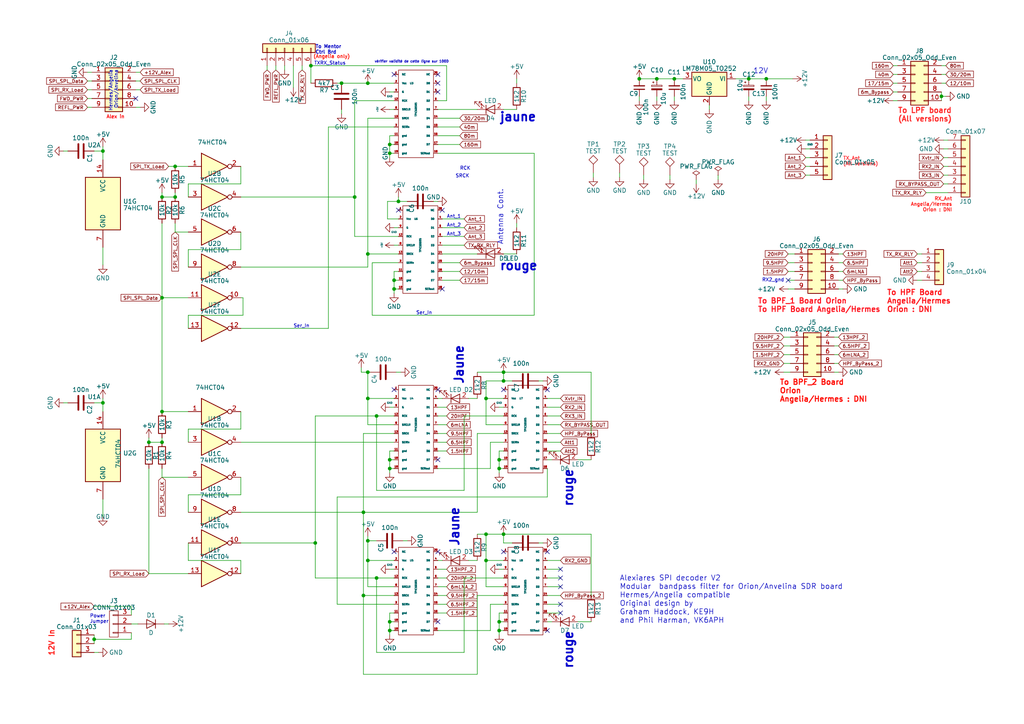
<source format=kicad_sch>
(kicad_sch (version 20230121) (generator eeschema)
  (paper "A4")
  (junction (at 109.22 167.64))
  (junction (at 115.57 58.42))
  (junction (at 106.68 107.95))
  (junction (at 106.68 156.845))
  (junction (at 106.68 24.13))
  (junction (at 29.845 116.84))
  (junction (at 140.97 162.56))
  (junction (at 46.99 128.27))
  (junction (at 91.44 157.48))
  (junction (at 105.41 148.59))
  (junction (at 144.78 180.34))
  (junction (at 27.305 185.42))
  (junction (at 113.03 135.89))
  (junction (at 106.68 73.66))
  (junction (at 185.42 22.86))
  (junction (at 146.05 110.49))
  (junction (at 105.41 172.72))
  (junction (at 114.3 83.82))
  (junction (at 99.06 24.13))
  (junction (at 140.97 154.94))
  (junction (at 46.99 119.38))
  (junction (at 46.99 86.36))
  (junction (at 113.03 44.45))
  (junction (at 109.22 120.65))
  (junction (at 146.05 107.95))
  (junction (at 217.17 22.86))
  (junction (at 140.97 115.57))
  (junction (at 106.68 115.57))
  (junction (at 113.03 182.88))
  (junction (at 114.3 81.28))
  (junction (at 113.03 133.35))
  (junction (at 106.68 162.56))
  (junction (at 190.5 22.86))
  (junction (at 113.03 41.91))
  (junction (at 144.78 182.88))
  (junction (at 113.03 180.34))
  (junction (at 102.87 57.15))
  (junction (at 273.05 27.94))
  (junction (at 222.25 22.86))
  (junction (at 50.8 48.26))
  (junction (at 195.58 22.86))
  (junction (at 144.78 135.89))
  (junction (at 50.8 57.15))
  (junction (at 46.99 57.15))
  (junction (at 29.845 43.815))
  (junction (at 146.05 154.94))
  (junction (at 144.78 133.35))
  (junction (at 90.17 19.05))
  (junction (at 43.18 128.27))
  (no_connect (at 158.75 160.02))
  (no_connect (at 162.56 167.64))
  (no_connect (at 162.56 177.8))
  (no_connect (at 127 133.35))
  (no_connect (at 128.27 83.82))
  (no_connect (at 228.6 81.28))
  (no_connect (at 158.75 182.88))
  (no_connect (at 162.56 165.1))
  (no_connect (at 114.3 21.59))
  (no_connect (at 146.05 113.03))
  (no_connect (at 127 24.13))
  (no_connect (at 162.56 170.18))
  (no_connect (at 115.57 60.96))
  (no_connect (at 162.56 175.26))
  (no_connect (at 127 160.02))
  (no_connect (at 127 21.59))
  (no_connect (at 128.27 60.96))
  (no_connect (at 114.3 160.02))
  (no_connect (at 39.37 28.575))
  (no_connect (at 127 26.67))
  (no_connect (at 114.3 113.03))
  (no_connect (at 127 180.34))
  (no_connect (at 146.05 160.02))
  (no_connect (at 158.75 113.03))
  (no_connect (at 127 113.03))
  (wire (pts (xy 162.56 118.11) (xy 158.75 118.11)))
  (wire (pts (xy 140.97 110.49) (xy 140.97 115.57)))
  (wire (pts (xy 114.935 107.95) (xy 116.205 107.95)))
  (wire (pts (xy 54.61 72.39) (xy 54.61 77.47)))
  (wire (pts (xy 106.68 107.95) (xy 104.775 107.95)))
  (wire (pts (xy 46.99 119.38) (xy 54.61 119.38)))
  (wire (pts (xy 19.685 43.815) (xy 18.415 43.815)))
  (wire (pts (xy 39.37 23.495) (xy 40.64 23.495)))
  (wire (pts (xy 158.75 144.145) (xy 97.79 144.145)))
  (wire (pts (xy 69.85 67.31) (xy 69.85 72.39)))
  (wire (pts (xy 69.85 77.47) (xy 106.68 77.47)))
  (wire (pts (xy 127 182.88) (xy 142.24 182.88)))
  (wire (pts (xy 69.85 95.25) (xy 95.25 95.25)))
  (wire (pts (xy 29.845 42.545) (xy 29.845 43.815)))
  (wire (pts (xy 97.79 144.145) (xy 97.79 175.26)))
  (wire (pts (xy 27.305 185.42) (xy 27.305 186.69)))
  (wire (pts (xy 127 29.21) (xy 129.54 29.21)))
  (wire (pts (xy 97.79 24.13) (xy 99.06 24.13)))
  (wire (pts (xy 274.955 53.34) (xy 273.685 53.34)))
  (wire (pts (xy 54.61 91.44) (xy 54.61 95.25)))
  (wire (pts (xy 69.85 138.43) (xy 69.85 143.51)))
  (wire (pts (xy 85.09 19.05) (xy 85.09 25.4)))
  (wire (pts (xy 114.3 165.1) (xy 113.03 165.1)))
  (wire (pts (xy 273.05 21.59) (xy 274.32 21.59)))
  (wire (pts (xy 38.1 185.42) (xy 38.1 183.515)))
  (wire (pts (xy 160.02 133.35) (xy 158.75 133.35)))
  (wire (pts (xy 114.3 118.11) (xy 113.03 118.11)))
  (wire (pts (xy 133.35 36.83) (xy 127 36.83)))
  (wire (pts (xy 266.065 81.28) (xy 267.335 81.28)))
  (wire (pts (xy 113.03 135.89) (xy 113.03 137.16)))
  (wire (pts (xy 29.845 43.815) (xy 29.845 46.355)))
  (wire (pts (xy 102.87 29.21) (xy 102.87 57.15)))
  (wire (pts (xy 106.68 34.29) (xy 106.68 73.66)))
  (wire (pts (xy 140.97 115.57) (xy 146.05 115.57)))
  (wire (pts (xy 109.22 120.65) (xy 114.3 120.65)))
  (wire (pts (xy 134.62 142.24) (xy 109.22 142.24)))
  (wire (pts (xy 90.17 24.13) (xy 90.17 19.05)))
  (wire (pts (xy 107.95 76.2) (xy 115.57 76.2)))
  (wire (pts (xy 113.03 130.81) (xy 113.03 133.35)))
  (wire (pts (xy 95.25 36.83) (xy 114.3 36.83)))
  (wire (pts (xy 158.75 170.18) (xy 162.56 170.18)))
  (wire (pts (xy 114.3 81.28) (xy 114.3 83.82)))
  (wire (pts (xy 227.33 102.87) (xy 229.235 102.87)))
  (wire (pts (xy 54.61 124.46) (xy 54.61 128.27)))
  (wire (pts (xy 54.61 67.31) (xy 50.8 67.31)))
  (wire (pts (xy 27.305 184.15) (xy 27.305 185.42)))
  (wire (pts (xy 162.56 125.73) (xy 158.75 125.73)))
  (wire (pts (xy 69.85 157.48) (xy 91.44 157.48)))
  (wire (pts (xy 129.54 172.72) (xy 127 172.72)))
  (wire (pts (xy 158.75 128.27) (xy 162.56 128.27)))
  (wire (pts (xy 273.685 48.26) (xy 274.955 48.26)))
  (wire (pts (xy 104.775 106.68) (xy 104.775 107.95)))
  (wire (pts (xy 128.27 68.58) (xy 134.62 68.58)))
  (wire (pts (xy 69.85 143.51) (xy 54.61 143.51)))
  (wire (pts (xy 140.97 162.56) (xy 146.05 162.56)))
  (wire (pts (xy 133.35 39.37) (xy 127 39.37)))
  (wire (pts (xy 259.08 26.67) (xy 260.35 26.67)))
  (wire (pts (xy 129.54 19.05) (xy 90.17 19.05)))
  (wire (pts (xy 195.58 22.86) (xy 190.5 22.86)))
  (wire (pts (xy 146.05 170.18) (xy 140.97 170.18)))
  (wire (pts (xy 46.99 86.36) (xy 46.99 119.38)))
  (wire (pts (xy 146.05 123.19) (xy 140.97 123.19)))
  (wire (pts (xy 201.93 52.07) (xy 201.93 53.34)))
  (wire (pts (xy 91.44 167.64) (xy 109.22 167.64)))
  (wire (pts (xy 133.35 34.29) (xy 127 34.29)))
  (wire (pts (xy 82.55 20.32) (xy 82.55 19.05)))
  (wire (pts (xy 149.86 64.77) (xy 149.86 66.04)))
  (wire (pts (xy 27.305 185.42) (xy 38.1 185.42)))
  (wire (pts (xy 70.485 86.36) (xy 70.485 91.44)))
  (wire (pts (xy 144.78 165.1) (xy 146.05 165.1)))
  (wire (pts (xy 233.68 50.8) (xy 234.95 50.8)))
  (wire (pts (xy 146.05 31.75) (xy 149.86 31.75)))
  (wire (pts (xy 69.85 48.26) (xy 69.85 53.34)))
  (wire (pts (xy 38.1 175.895) (xy 38.1 178.435)))
  (wire (pts (xy 25.4 31.115) (xy 26.67 31.115)))
  (wire (pts (xy 109.22 189.23) (xy 109.22 167.64)))
  (wire (pts (xy 227.33 97.79) (xy 229.235 97.79)))
  (wire (pts (xy 144.78 182.88) (xy 144.78 184.15)))
  (wire (pts (xy 217.17 22.86) (xy 213.36 22.86)))
  (wire (pts (xy 113.03 182.88) (xy 113.03 184.15)))
  (wire (pts (xy 46.99 138.43) (xy 54.61 138.43)))
  (wire (pts (xy 146.05 154.94) (xy 171.45 154.94)))
  (wire (pts (xy 25.4 23.495) (xy 26.67 23.495)))
  (wire (pts (xy 144.78 180.34) (xy 144.78 182.88)))
  (wire (pts (xy 134.62 120.65) (xy 134.62 142.24)))
  (wire (pts (xy 140.97 170.18) (xy 140.97 162.56)))
  (wire (pts (xy 158.75 130.81) (xy 162.56 130.81)))
  (wire (pts (xy 208.28 50.8) (xy 208.28 52.07)))
  (wire (pts (xy 190.5 29.21) (xy 190.5 27.94)))
  (wire (pts (xy 129.54 118.11) (xy 127 118.11)))
  (wire (pts (xy 109.22 156.845) (xy 106.68 156.845)))
  (wire (pts (xy 69.85 57.15) (xy 102.87 57.15)))
  (wire (pts (xy 146.05 177.8) (xy 144.78 177.8)))
  (wire (pts (xy 273.685 50.8) (xy 274.955 50.8)))
  (wire (pts (xy 128.27 71.12) (xy 134.62 71.12)))
  (wire (pts (xy 146.05 172.72) (xy 138.43 172.72)))
  (wire (pts (xy 128.27 162.56) (xy 127 162.56)))
  (wire (pts (xy 156.21 110.49) (xy 157.48 110.49)))
  (wire (pts (xy 129.54 128.27) (xy 127 128.27)))
  (wire (pts (xy 243.205 73.66) (xy 244.475 73.66)))
  (wire (pts (xy 69.85 86.36) (xy 70.485 86.36)))
  (wire (pts (xy 259.08 21.59) (xy 260.35 21.59)))
  (wire (pts (xy 266.065 73.66) (xy 267.335 73.66)))
  (wire (pts (xy 233.68 45.72) (xy 234.95 45.72)))
  (wire (pts (xy 133.35 81.28) (xy 128.27 81.28)))
  (wire (pts (xy 69.85 128.27) (xy 114.3 128.27)))
  (wire (pts (xy 106.68 24.13) (xy 114.3 24.13)))
  (wire (pts (xy 158.75 123.19) (xy 162.56 123.19)))
  (wire (pts (xy 274.955 55.88) (xy 268.605 55.88)))
  (wire (pts (xy 185.42 29.21) (xy 185.42 27.94)))
  (wire (pts (xy 228.6 76.2) (xy 230.505 76.2)))
  (wire (pts (xy 127 44.45) (xy 154.94 44.45)))
  (wire (pts (xy 133.35 78.74) (xy 128.27 78.74)))
  (wire (pts (xy 115.57 78.74) (xy 114.3 78.74)))
  (wire (pts (xy 99.06 24.13) (xy 106.68 24.13)))
  (wire (pts (xy 106.68 107.95) (xy 106.68 115.57)))
  (wire (pts (xy 43.18 135.89) (xy 43.18 166.37)))
  (wire (pts (xy 106.68 155.575) (xy 106.68 156.845)))
  (wire (pts (xy 69.85 162.56) (xy 54.61 162.56)))
  (wire (pts (xy 138.43 154.94) (xy 140.97 154.94)))
  (wire (pts (xy 114.3 162.56) (xy 106.68 162.56)))
  (wire (pts (xy 186.69 50.8) (xy 186.69 52.07)))
  (wire (pts (xy 146.05 110.49) (xy 140.97 110.49)))
  (wire (pts (xy 70.485 91.44) (xy 54.61 91.44)))
  (wire (pts (xy 146.05 107.95) (xy 146.05 110.49)))
  (wire (pts (xy 146.05 154.94) (xy 146.05 157.48)))
  (wire (pts (xy 167.64 180.34) (xy 171.45 180.34)))
  (wire (pts (xy 114.3 180.34) (xy 113.03 180.34)))
  (wire (pts (xy 27.305 189.23) (xy 28.575 189.23)))
  (wire (pts (xy 29.845 116.84) (xy 29.845 119.38)))
  (wire (pts (xy 25.4 26.035) (xy 26.67 26.035)))
  (wire (pts (xy 106.68 34.29) (xy 114.3 34.29)))
  (wire (pts (xy 156.21 157.48) (xy 157.48 157.48)))
  (wire (pts (xy 195.58 29.21) (xy 195.58 27.94)))
  (wire (pts (xy 43.18 166.37) (xy 54.61 166.37)))
  (wire (pts (xy 46.99 86.36) (xy 54.61 86.36)))
  (wire (pts (xy 273.05 27.94) (xy 274.32 27.94)))
  (wire (pts (xy 243.205 81.28) (xy 244.475 81.28)))
  (wire (pts (xy 46.99 57.15) (xy 46.99 55.88)))
  (wire (pts (xy 39.37 26.035) (xy 40.64 26.035)))
  (wire (pts (xy 222.25 29.21) (xy 222.25 27.94)))
  (wire (pts (xy 241.935 105.41) (xy 243.205 105.41)))
  (wire (pts (xy 273.685 40.64) (xy 274.955 40.64)))
  (wire (pts (xy 114.3 39.37) (xy 113.03 39.37)))
  (wire (pts (xy 190.5 22.86) (xy 185.42 22.86)))
  (wire (pts (xy 146.05 125.73) (xy 138.43 125.73)))
  (wire (pts (xy 158.75 135.89) (xy 158.75 144.145)))
  (wire (pts (xy 162.56 162.56) (xy 158.75 162.56)))
  (wire (pts (xy 134.62 167.64) (xy 134.62 189.23)))
  (wire (pts (xy 146.05 180.34) (xy 144.78 180.34)))
  (wire (pts (xy 228.6 78.74) (xy 230.505 78.74)))
  (wire (pts (xy 69.85 148.59) (xy 105.41 148.59)))
  (wire (pts (xy 97.79 175.26) (xy 114.3 175.26)))
  (wire (pts (xy 133.35 41.91) (xy 127 41.91)))
  (wire (pts (xy 129.54 170.18) (xy 127 170.18)))
  (wire (pts (xy 259.08 29.21) (xy 260.35 29.21)))
  (wire (pts (xy 105.41 172.72) (xy 105.41 195.58)))
  (wire (pts (xy 113.03 44.45) (xy 113.03 45.72)))
  (wire (pts (xy 198.12 22.86) (xy 195.58 22.86)))
  (wire (pts (xy 241.935 107.95) (xy 243.205 107.95)))
  (wire (pts (xy 43.18 128.27) (xy 43.18 127)))
  (wire (pts (xy 266.065 78.74) (xy 267.335 78.74)))
  (wire (pts (xy 91.44 120.65) (xy 91.44 157.48)))
  (wire (pts (xy 25.4 20.955) (xy 26.67 20.955)))
  (wire (pts (xy 129.54 177.8) (xy 127 177.8)))
  (wire (pts (xy 48.895 48.26) (xy 50.8 48.26)))
  (wire (pts (xy 115.57 83.82) (xy 114.3 83.82)))
  (wire (pts (xy 38.1 180.975) (xy 40.005 180.975)))
  (wire (pts (xy 129.54 130.81) (xy 127 130.81)))
  (wire (pts (xy 146.05 182.88) (xy 144.78 182.88)))
  (wire (pts (xy 114.3 29.21) (xy 102.87 29.21)))
  (wire (pts (xy 162.56 167.64) (xy 158.75 167.64)))
  (wire (pts (xy 172.085 50.165) (xy 172.085 51.435)))
  (wire (pts (xy 87.63 19.05) (xy 87.63 20.32)))
  (wire (pts (xy 142.24 128.27) (xy 142.24 135.89)))
  (wire (pts (xy 50.8 67.31) (xy 50.8 64.77)))
  (wire (pts (xy 222.25 22.86) (xy 217.17 22.86)))
  (wire (pts (xy 118.11 58.42) (xy 115.57 58.42)))
  (wire (pts (xy 112.395 63.5) (xy 112.395 58.42)))
  (wire (pts (xy 146.05 135.89) (xy 144.78 135.89)))
  (wire (pts (xy 106.68 123.19) (xy 114.3 123.19)))
  (wire (pts (xy 158.75 177.8) (xy 162.56 177.8)))
  (wire (pts (xy 54.61 162.56) (xy 54.61 157.48)))
  (wire (pts (xy 241.935 100.33) (xy 243.205 100.33)))
  (wire (pts (xy 146.05 167.64) (xy 134.62 167.64)))
  (wire (pts (xy 125.73 58.42) (xy 127 58.42)))
  (wire (pts (xy 160.02 180.34) (xy 158.75 180.34)))
  (wire (pts (xy 128.27 66.04) (xy 134.62 66.04)))
  (wire (pts (xy 243.205 78.74) (xy 244.475 78.74)))
  (wire (pts (xy 107.95 91.44) (xy 107.95 76.2)))
  (wire (pts (xy 115.57 81.28) (xy 114.3 81.28)))
  (wire (pts (xy 113.03 39.37) (xy 113.03 41.91)))
  (wire (pts (xy 146.05 175.26) (xy 142.24 175.26)))
  (wire (pts (xy 105.41 125.73) (xy 114.3 125.73)))
  (wire (pts (xy 227.33 100.33) (xy 229.235 100.33)))
  (wire (pts (xy 107.315 107.95) (xy 106.68 107.95)))
  (wire (pts (xy 179.705 50.165) (xy 179.705 51.435)))
  (wire (pts (xy 102.87 68.58) (xy 115.57 68.58)))
  (wire (pts (xy 194.31 50.8) (xy 194.31 52.07)))
  (wire (pts (xy 133.35 76.2) (xy 128.27 76.2)))
  (wire (pts (xy 114.3 130.81) (xy 113.03 130.81)))
  (wire (pts (xy 29.845 144.78) (xy 29.845 149.86)))
  (wire (pts (xy 146.05 128.27) (xy 142.24 128.27)))
  (wire (pts (xy 217.17 29.21) (xy 217.17 27.94)))
  (wire (pts (xy 69.85 124.46) (xy 54.61 124.46)))
  (wire (pts (xy 138.43 73.66) (xy 128.27 73.66)))
  (wire (pts (xy 46.99 128.27) (xy 43.18 128.27)))
  (wire (pts (xy 142.24 175.26) (xy 142.24 182.88)))
  (wire (pts (xy 146.05 107.95) (xy 171.45 107.95)))
  (wire (pts (xy 229.87 22.86) (xy 222.25 22.86)))
  (wire (pts (xy 144.78 135.89) (xy 144.78 137.16)))
  (wire (pts (xy 77.47 19.05) (xy 77.47 20.32)))
  (wire (pts (xy 162.56 165.1) (xy 158.75 165.1)))
  (wire (pts (xy 113.03 177.8) (xy 113.03 180.34)))
  (wire (pts (xy 105.41 125.73) (xy 105.41 148.59)))
  (wire (pts (xy 106.68 170.18) (xy 114.3 170.18)))
  (wire (pts (xy 106.68 162.56) (xy 106.68 170.18)))
  (wire (pts (xy 127 135.89) (xy 142.24 135.89)))
  (wire (pts (xy 113.03 133.35) (xy 113.03 135.89)))
  (wire (pts (xy 129.54 167.64) (xy 127 167.64)))
  (wire (pts (xy 46.99 64.77) (xy 46.99 86.36)))
  (wire (pts (xy 105.41 148.59) (xy 105.41 172.72)))
  (wire (pts (xy 115.57 63.5) (xy 112.395 63.5)))
  (wire (pts (xy 273.05 24.13) (xy 274.32 24.13)))
  (wire (pts (xy 138.43 125.73) (xy 138.43 148.59)))
  (wire (pts (xy 129.54 175.26) (xy 127 175.26)))
  (wire (pts (xy 162.56 172.72) (xy 158.75 172.72)))
  (wire (pts (xy 158.75 175.26) (xy 162.56 175.26)))
  (wire (pts (xy 146.05 120.65) (xy 134.62 120.65)))
  (wire (pts (xy 46.99 138.43) (xy 46.99 135.89)))
  (wire (pts (xy 47.625 180.975) (xy 48.895 180.975)))
  (wire (pts (xy 114.3 78.74) (xy 114.3 81.28)))
  (wire (pts (xy 205.74 30.48) (xy 205.74 31.75)))
  (wire (pts (xy 146.05 73.66) (xy 149.86 73.66)))
  (wire (pts (xy 115.57 66.04) (xy 114.3 66.04)))
  (wire (pts (xy 54.61 143.51) (xy 54.61 148.59)))
  (wire (pts (xy 50.8 57.15) (xy 46.99 57.15)))
  (wire (pts (xy 273.685 43.18) (xy 274.955 43.18)))
  (wire (pts (xy 259.08 24.13) (xy 260.35 24.13)))
  (wire (pts (xy 50.8 48.26) (xy 54.61 48.26)))
  (wire (pts (xy 106.68 156.845) (xy 106.68 162.56)))
  (wire (pts (xy 144.78 118.11) (xy 146.05 118.11)))
  (wire (pts (xy 116.84 156.845) (xy 118.11 156.845)))
  (wire (pts (xy 144.78 177.8) (xy 144.78 180.34)))
  (wire (pts (xy 129.54 123.19) (xy 127 123.19)))
  (wire (pts (xy 46.99 127) (xy 46.99 128.27)))
  (wire (pts (xy 138.43 162.56) (xy 135.89 162.56)))
  (wire (pts (xy 129.54 165.1) (xy 127 165.1)))
  (wire (pts (xy 228.6 81.28) (xy 230.505 81.28)))
  (wire (pts (xy 91.44 120.65) (xy 109.22 120.65)))
  (wire (pts (xy 144.78 130.81) (xy 144.78 133.35)))
  (wire (pts (xy 50.8 55.88) (xy 50.8 57.15)))
  (wire (pts (xy 148.59 157.48) (xy 146.05 157.48)))
  (wire (pts (xy 129.54 120.65) (xy 127 120.65)))
  (wire (pts (xy 114.3 135.89) (xy 113.03 135.89)))
  (wire (pts (xy 233.68 40.64) (xy 234.95 40.64)))
  (wire (pts (xy 114.3 41.91) (xy 113.03 41.91)))
  (wire (pts (xy 266.065 76.2) (xy 267.335 76.2)))
  (wire (pts (xy 134.62 189.23) (xy 109.22 189.23)))
  (wire (pts (xy 138.43 195.58) (xy 105.41 195.58)))
  (wire (pts (xy 106.68 73.66) (xy 115.57 73.66)))
  (wire (pts (xy 154.94 91.44) (xy 107.95 91.44)))
  (wire (pts (xy 69.85 119.38) (xy 69.85 124.46)))
  (wire (pts (xy 128.27 63.5) (xy 134.62 63.5)))
  (wire (pts (xy 69.85 72.39) (xy 54.61 72.39)))
  (wire (pts (xy 273.685 45.72) (xy 274.955 45.72)))
  (wire (pts (xy 243.205 76.2) (xy 244.475 76.2)))
  (wire (pts (xy 227.33 105.41) (xy 229.235 105.41)))
  (wire (pts (xy 113.03 180.34) (xy 113.03 182.88)))
  (wire (pts (xy 129.54 29.21) (xy 129.54 19.05)))
  (wire (pts (xy 29.845 71.755) (xy 29.845 76.835)))
  (wire (pts (xy 138.43 107.95) (xy 146.05 107.95)))
  (wire (pts (xy 95.25 36.83) (xy 95.25 95.25)))
  (wire (pts (xy 273.05 27.94) (xy 273.05 29.21)))
  (wire (pts (xy 115.57 57.15) (xy 115.57 58.42)))
  (wire (pts (xy 241.935 102.87) (xy 243.205 102.87)))
  (wire (pts (xy 162.56 120.65) (xy 158.75 120.65)))
  (wire (pts (xy 54.61 53.34) (xy 54.61 57.15)))
  (wire (pts (xy 241.935 97.79) (xy 243.205 97.79)))
  (wire (pts (xy 112.395 58.42) (xy 115.57 58.42)))
  (wire (pts (xy 148.59 110.49) (xy 146.05 110.49)))
  (wire (pts (xy 109.22 142.24) (xy 109.22 120.65)))
  (wire (pts (xy 138.43 115.57) (xy 135.89 115.57)))
  (wire (pts (xy 171.45 154.94) (xy 171.45 172.72)))
  (wire (pts (xy 144.78 133.35) (xy 144.78 135.89)))
  (wire (pts (xy 91.44 157.48) (xy 91.44 167.64)))
  (wire (pts (xy 154.94 44.45) (xy 154.94 91.44)))
  (wire (pts (xy 138.43 172.72) (xy 138.43 195.58)))
  (wire (pts (xy 102.87 57.15) (xy 102.87 68.58)))
  (wire (pts (xy 128.27 115.57) (xy 127 115.57)))
  (wire (pts (xy 149.86 22.86) (xy 149.86 24.13)))
  (wire (pts (xy 114.3 133.35) (xy 113.03 133.35)))
  (wire (pts (xy 27.305 116.84) (xy 29.845 116.84)))
  (wire (pts (xy 129.54 125.73) (xy 127 125.73)))
  (wire (pts (xy 273.05 26.67) (xy 273.05 27.94)))
  (wire (pts (xy 162.56 115.57) (xy 158.75 115.57)))
  (wire (pts (xy 29.845 115.57) (xy 29.845 116.84)))
  (wire (pts (xy 113.03 41.91) (xy 113.03 44.45)))
  (wire (pts (xy 259.08 19.05) (xy 260.35 19.05)))
  (wire (pts (xy 115.57 71.12) (xy 114.3 71.12)))
  (wire (pts (xy 114.3 177.8) (xy 113.03 177.8)))
  (wire (pts (xy 140.97 154.94) (xy 146.05 154.94)))
  (wire (pts (xy 25.4 28.575) (xy 26.67 28.575)))
  (wire (pts (xy 138.43 31.75) (xy 127 31.75)))
  (wire (pts (xy 243.205 83.82) (xy 244.475 83.82)))
  (wire (pts (xy 146.05 130.81) (xy 144.78 130.81)))
  (wire (pts (xy 19.685 116.84) (xy 18.415 116.84)))
  (wire (pts (xy 140.97 154.94) (xy 140.97 162.56)))
  (wire (pts (xy 171.45 107.95) (xy 171.45 125.73)))
  (wire (pts (xy 105.41 172.72) (xy 114.3 172.72)))
  (wire (pts (xy 39.37 20.955) (xy 40.64 20.955)))
  (wire (pts (xy 228.6 83.82) (xy 230.505 83.82)))
  (wire (pts (xy 228.6 73.66) (xy 230.505 73.66)))
  (wire (pts (xy 27.305 43.815) (xy 29.845 43.815)))
  (wire (pts (xy 273.05 19.05) (xy 274.32 19.05)))
  (wire (pts (xy 114.3 115.57) (xy 106.68 115.57)))
  (wire (pts (xy 109.22 167.64) (xy 114.3 167.64)))
  (wire (pts (xy 69.85 162.56) (xy 69.85 166.37)))
  (wire (pts (xy 106.68 73.66) (xy 106.68 77.47)))
  (wire (pts (xy 114.3 31.75) (xy 113.03 31.75)))
  (wire (pts (xy 69.85 53.34) (xy 54.61 53.34)))
  (wire (pts (xy 138.43 148.59) (xy 105.41 148.59)))
  (wire (pts (xy 80.01 19.05) (xy 80.01 20.32)))
  (wire (pts (xy 167.64 133.35) (xy 171.45 133.35)))
  (wire (pts (xy 106.68 115.57) (xy 106.68 123.19)))
  (wire (pts (xy 114.3 83.82) (xy 114.3 85.09)))
  (wire (pts (xy 233.68 43.18) (xy 234.95 43.18)))
  (wire (pts (xy 99.06 31.75) (xy 99.06 33.02)))
  (wire (pts (xy 27.305 175.895) (xy 38.1 175.895)))
  (wire (pts (xy 114.3 182.88) (xy 113.03 182.88)))
  (wire (pts (xy 146.05 133.35) (xy 144.78 133.35)))
  (wire (pts (xy 227.33 107.95) (xy 229.235 107.95)))
  (wire (pts (xy 114.3 44.45) (xy 113.03 44.45)))
  (wire (pts (xy 140.97 123.19) (xy 140.97 115.57)))
  (wire (pts (xy 114.3 26.67) (xy 113.03 26.67)))
  (wire (pts (xy 39.37 31.115) (xy 40.64 31.115)))
  (wire (pts (xy 233.68 48.26) (xy 234.95 48.26)))
  (text "SRCK\n\n" (at 132.08 53.34 0) (effects (font (size 0.9906 0.9906)) (justify left bottom)))
  (text "To HPF Board\nAngelia/Hermes\nOrion : DNI" (at 257.175 90.805 0) (effects (font (size 1.524 1.524) (thickness 0.3048) bold) (justify left bottom)))
  (text "(Angelia only)" (at 90.805 17.145 0) (effects (font (size 0.9906 0.9906) (thickness 0.1981) bold) (justify left bottom)))
  (text "Jaune" (at 134.62 111.76 90) (effects (font (size 2.54 2.54) (thickness 0.508) bold) (justify left bottom)))
  (text "Ant_1\n" (at 129.54 63.5 0) (effects (font (size 0.9906 0.9906)) (justify left bottom)))
  (text "Antenna Cont." (at 146.05 71.12 90) (effects (font (size 1.524 1.524)) (justify left bottom)))
  (text "To BPF_2 Board\nOrion\nAngelia/Hermes : DNI" (at 226.06 116.84 0) (effects (font (size 1.524 1.524) (thickness 0.3048) bold) (justify left bottom)))
  (text "Ant_3\n" (at 129.54 68.58 0) (effects (font (size 0.9906 0.9906)) (justify left bottom)))
  (text "Power \nJumper" (at 26.035 180.975 0) (effects (font (size 0.9906 0.9906)) (justify left bottom)))
  (text "jaune\n" (at 144.78 35.56 0) (effects (font (size 2.54 2.54) (thickness 0.508) bold) (justify left bottom)))
  (text "rouge\n" (at 166.37 194.31 90) (effects (font (size 2.54 2.54) (thickness 0.508) bold) (justify left bottom)))
  (text "TXRX_Status" (at 100.33 19.05 0) (effects (font (size 0.9906 0.9906)) (justify right bottom)))
  (text "RCK\n" (at 133.35 49.53 0) (effects (font (size 0.9906 0.9906)) (justify left bottom)))
  (text "Ser_In" (at 120.65 91.44 0) (effects (font (size 0.9906 0.9906)) (justify left bottom)))
  (text "To BPF_1 Board Orion\nTo HPF Board Angelia/Hermes" (at 219.71 90.805 0) (effects (font (size 1.524 1.524) (thickness 0.3048) bold) (justify left bottom)))
  (text "RX_Ant\nAngelia/Hermes\nOrion : DNI\n" (at 276.225 61.595 0) (effects (font (size 0.9906 0.9906) (thickness 0.1981) bold) (justify right bottom)))
  (text "Alexiares SPI decoder V2\nModular  bandpass filter for Orion/Anvelina SDR board\nHermes/Angelia compatible\nOriginal design by \nGraham Haddock, KE9H\nand Phil Harman, VK6APH" (at 179.705 180.975 0) (effects (font (size 1.524 1.524)) (justify left bottom)))
  (text "rouge\n" (at 166.37 147.32 90) (effects (font (size 2.54 2.54) (thickness 0.508) bold) (justify left bottom)))
  (text "RX2_gnd" (at 220.98 81.915 0) (effects (font (size 0.9906 0.9906)) (justify left bottom)))
  (text "Jaune" (at 133.35 158.75 90) (effects (font (size 2.54 2.54) (thickness 0.508) bold) (justify left bottom)))
  (text "12V\n" (at 218.44 21.59 0) (effects (font (size 1.524 1.524)) (justify left bottom)))
  (text "TX_Ant\n(All versions)" (at 244.475 48.26 0) (effects (font (size 0.9906 0.9906) (thickness 0.1981) bold) (justify left bottom)))
  (text "12V In" (at 15.875 190.5 90) (effects (font (size 1.524 1.524) (thickness 0.3048) bold) (justify left bottom)))
  (text "Alex in" (at 30.7975 34.6075 0) (effects (font (size 0.9906 0.9906) (thickness 0.1981) bold) (justify left bottom)))
  (text "Hermes/Angelia\nOrion/Anvelina" (at 34.29 20.32 90) (effects (font (size 0.9906 0.9906)) (justify right bottom)))
  (text "vérifier validité de cette ligne sur 100D\n" (at 108.585 18.415 0) (effects (font (size 0.7 0.7)) (justify left bottom)))
  (text "To Mentor\nCtrl Brd\n\n\n" (at 91.44 19.05 0) (effects (font (size 0.9906 0.9906) (thickness 0.1981) bold) (justify left bottom)))
  (text "Ser_In" (at 85.09 95.25 0) (effects (font (size 0.9906 0.9906)) (justify left bottom)))
  (text "Ant_2" (at 129.54 66.04 0) (effects (font (size 0.9906 0.9906)) (justify left bottom)))
  (text "To LPF board\n(All versions)" (at 260.35 35.56 0) (effects (font (size 1.524 1.524) (thickness 0.3048) bold) (justify left bottom)))
  (text "rouge" (at 144.78 78.74 0) (effects (font (size 2.54 2.54) (thickness 0.508) bold) (justify left bottom)))
  (global_label "HPF_ByPass" (shape input) (at 162.56 125.73 0) (effects (font (size 0.9906 0.9906))) (property "Intersheetrefs" "${INTERSHEET_REFS}" (effects hide)))
  (global_label "80m" (shape input) (at 274.32 19.05 0) (effects (font (size 0.9906 0.9906))) (property "Intersheetrefs" "${INTERSHEET_REFS}" (effects hide)))
  (global_label "FWD_PWR" (shape input) (at 25.4 28.575 180) (effects (font (size 0.9906 0.9906))) (property "Intersheetrefs" "${INTERSHEET_REFS}" (effects hide)))
  (global_label "TX_RX_RLY" (shape input) (at 268.605 55.88 180) (effects (font (size 0.9906 0.9906))) (property "Intersheetrefs" "${INTERSHEET_REFS}" (effects hide)))
  (global_label "SPI_RX_Load" (shape input) (at 25.4 26.035 180) (effects (font (size 0.9906 0.9906))) (property "Intersheetrefs" "${INTERSHEET_REFS}" (effects hide)))
  (global_label "RX_BYPASS_OUT" (shape input) (at 162.56 123.19 0) (effects (font (size 0.9906 0.9906))) (property "Intersheetrefs" "${INTERSHEET_REFS}" (effects hide)))
  (global_label "40m" (shape input) (at 259.08 21.59 180) (effects (font (size 0.9906 0.9906))) (property "Intersheetrefs" "${INTERSHEET_REFS}" (effects hide)))
  (global_label "13HPF_2" (shape input) (at 129.54 165.1 0) (effects (font (size 0.9906 0.9906))) (property "Intersheetrefs" "${INTERSHEET_REFS}" (effects hide)))
  (global_label "13HPF" (shape input) (at 129.54 118.11 0) (effects (font (size 0.9906 0.9906))) (property "Intersheetrefs" "${INTERSHEET_REFS}" (effects hide)))
  (global_label "6m_Bypass" (shape input) (at 133.35 76.2 0) (effects (font (size 0.9906 0.9906))) (property "Intersheetrefs" "${INTERSHEET_REFS}" (effects hide)))
  (global_label "REFL_PWR" (shape input) (at 25.4 31.115 180) (effects (font (size 0.9906 0.9906))) (property "Intersheetrefs" "${INTERSHEET_REFS}" (effects hide)))
  (global_label "13HPF" (shape input) (at 244.475 73.66 0) (effects (font (size 0.9906 0.9906))) (property "Intersheetrefs" "${INTERSHEET_REFS}" (effects hide)))
  (global_label "RX2_IN" (shape input) (at 273.685 48.26 180) (effects (font (size 0.9906 0.9906))) (property "Intersheetrefs" "${INTERSHEET_REFS}" (effects hide)))
  (global_label "6.5HPF_2" (shape input) (at 129.54 175.26 0) (effects (font (size 0.9906 0.9906))) (property "Intersheetrefs" "${INTERSHEET_REFS}" (effects hide)))
  (global_label "Ant_1" (shape input) (at 134.62 63.5 0) (effects (font (size 0.9906 0.9906))) (property "Intersheetrefs" "${INTERSHEET_REFS}" (effects hide)))
  (global_label "1.5HPF" (shape input) (at 129.54 130.81 0) (effects (font (size 0.9906 0.9906))) (property "Intersheetrefs" "${INTERSHEET_REFS}" (effects hide)))
  (global_label "20HPF_2" (shape input) (at 129.54 167.64 0) (effects (font (size 0.9906 0.9906))) (property "Intersheetrefs" "${INTERSHEET_REFS}" (effects hide)))
  (global_label "+12V_Alex" (shape input) (at 40.64 20.955 0) (effects (font (size 0.9906 0.9906))) (property "Intersheetrefs" "${INTERSHEET_REFS}" (effects hide)))
  (global_label "9.5HPF_2" (shape input) (at 129.54 172.72 0) (effects (font (size 0.9906 0.9906))) (property "Intersheetrefs" "${INTERSHEET_REFS}" (effects hide)))
  (global_label "SPI_SPL_CLK" (shape input) (at 40.64 23.495 0) (effects (font (size 0.9906 0.9906))) (property "Intersheetrefs" "${INTERSHEET_REFS}" (effects hide)))
  (global_label "6m_Bypass" (shape input) (at 259.08 26.67 180) (effects (font (size 0.9906 0.9906))) (property "Intersheetrefs" "${INTERSHEET_REFS}" (effects hide)))
  (global_label "30/20m" (shape input) (at 274.32 21.59 0) (effects (font (size 0.9906 0.9906))) (property "Intersheetrefs" "${INTERSHEET_REFS}" (effects hide)))
  (global_label "SPI_RX_Load" (shape input) (at 43.18 166.37 180) (effects (font (size 0.9906 0.9906))) (property "Intersheetrefs" "${INTERSHEET_REFS}" (effects hide)))
  (global_label "1.5HPF" (shape input) (at 228.6 78.74 180) (effects (font (size 0.9906 0.9906))) (property "Intersheetrefs" "${INTERSHEET_REFS}" (effects hide)))
  (global_label "Xvtr_IN" (shape input) (at 162.56 115.57 0) (effects (font (size 0.9906 0.9906))) (property "Intersheetrefs" "${INTERSHEET_REFS}" (effects hide)))
  (global_label "6mLNA_2" (shape input) (at 129.54 170.18 0) (effects (font (size 0.9906 0.9906))) (property "Intersheetrefs" "${INTERSHEET_REFS}" (effects hide)))
  (global_label "SPI_SPL_Data" (shape input) (at 46.99 86.36 180) (effects (font (size 0.9906 0.9906))) (property "Intersheetrefs" "${INTERSHEET_REFS}" (effects hide)))
  (global_label "6mLNA_2" (shape input) (at 243.205 102.87 0) (effects (font (size 0.9906 0.9906))) (property "Intersheetrefs" "${INTERSHEET_REFS}" (effects hide)))
  (global_label "RX_BYPASS_OUT" (shape input) (at 273.685 53.34 180) (effects (font (size 0.9906 0.9906))) (property "Intersheetrefs" "${INTERSHEET_REFS}" (effects hide)))
  (global_label "Att2" (shape input) (at 266.065 78.74 180) (effects (font (size 0.9906 0.9906))) (property "Intersheetrefs" "${INTERSHEET_REFS}" (effects hide)))
  (global_label "RX3_IN" (shape input) (at 162.56 120.65 0) (effects (font (size 0.9906 0.9906))) (property "Intersheetrefs" "${INTERSHEET_REFS}" (effects hide)))
  (global_label "+12V_Alex" (shape input) (at 27.305 175.895 180) (effects (font (size 0.9906 0.9906))) (property "Intersheetrefs" "${INTERSHEET_REFS}" (effects hide)))
  (global_label "SPI_SPL_Data" (shape input) (at 25.4 23.495 180) (effects (font (size 0.9906 0.9906))) (property "Intersheetrefs" "${INTERSHEET_REFS}" (effects hide)))
  (global_label "RX2_GND" (shape input) (at 227.33 105.41 180) (effects (font (size 0.9906 0.9906))) (property "Intersheetrefs" "${INTERSHEET_REFS}" (effects hide)))
  (global_label "Xvtr_IN" (shape input) (at 273.685 45.72 180) (effects (font (size 0.9906 0.9906))) (property "Intersheetrefs" "${INTERSHEET_REFS}" (effects hide)))
  (global_label "Ant_3" (shape input) (at 134.62 68.58 0) (effects (font (size 0.9906 0.9906))) (property "Intersheetrefs" "${INTERSHEET_REFS}" (effects hide)))
  (global_label "Ant_3" (shape input) (at 233.68 50.8 180) (effects (font (size 0.9906 0.9906))) (property "Intersheetrefs" "${INTERSHEET_REFS}" (effects hide)))
  (global_label "RX2_GND" (shape input) (at 162.56 162.56 0) (effects (font (size 0.9906 0.9906))) (property "Intersheetrefs" "${INTERSHEET_REFS}" (effects hide)))
  (global_label "TX_RX_RLY" (shape input) (at 134.62 71.12 0) (effects (font (size 0.9906 0.9906))) (property "Intersheetrefs" "${INTERSHEET_REFS}" (effects hide)))
  (global_label "Att2" (shape input) (at 162.56 130.81 0) (effects (font (size 0.9906 0.9906))) (property "Intersheetrefs" "${INTERSHEET_REFS}" (effects hide)))
  (global_label "Att1" (shape input) (at 266.065 76.2 180) (effects (font (size 0.9906 0.9906))) (property "Intersheetrefs" "${INTERSHEET_REFS}" (effects hide)))
  (global_label "80m" (shape input) (at 133.35 39.37 0) (effects (font (size 0.9906 0.9906))) (property "Intersheetrefs" "${INTERSHEET_REFS}" (effects hide)))
  (global_label "Ant_1" (shape input) (at 233.68 45.72 180) (effects (font (size 0.9906 0.9906))) (property "Intersheetrefs" "${INTERSHEET_REFS}" (effects hide)))
  (global_label "12/10m" (shape input) (at 274.32 24.13 0) (effects (font (size 0.9906 0.9906))) (property "Intersheetrefs" "${INTERSHEET_REFS}" (effects hide)))
  (global_label "12/10m" (shape input) (at 133.35 78.74 0) (effects (font (size 0.9906 0.9906))) (property "Intersheetrefs" "${INTERSHEET_REFS}" (effects hide)))
  (global_label "RX3_IN" (shape input) (at 273.685 50.8 180) (effects (font (size 0.9906 0.9906))) (property "Intersheetrefs" "${INTERSHEET_REFS}" (effects hide)))
  (global_label "40m" (shape input) (at 133.35 36.83 0) (effects (font (size 0.9906 0.9906))) (property "Intersheetrefs" "${INTERSHEET_REFS}" (effects hide)))
  (global_label "20HPF" (shape input) (at 129.54 120.65 0) (effects (font (size 0.9906 0.9906))) (property "Intersheetrefs" "${INTERSHEET_REFS}" (effects hide)))
  (global_label "FWD_PWR" (shape input) (at 77.47 20.32 270) (effects (font (size 0.9906 0.9906))) (property "Intersheetrefs" "${INTERSHEET_REFS}" (effects hide)))
  (global_label "REFL_PWR" (shape input) (at 80.01 20.32 270) (effects (font (size 0.9906 0.9906))) (property "Intersheetrefs" "${INTERSHEET_REFS}" (effects hide)))
  (global_label "1.5HPF_2" (shape input) (at 129.54 177.8 0) (effects (font (size 0.9906 0.9906))) (property "Intersheetrefs" "${INTERSHEET_REFS}" (effects hide)))
  (global_label "Ant_2" (shape input) (at 233.68 48.26 180) (effects (font (size 0.9906 0.9906))) (property "Intersheetrefs" "${INTERSHEET_REFS}" (effects hide)))
  (global_label "6mLNA" (shape input) (at 129.54 123.19 0) (effects (font (size 0.9906 0.9906))) (property "Intersheetrefs" "${INTERSHEET_REFS}" (effects hide)))
  (global_label "HPF_ByPass_2" (shape input) (at 162.56 172.72 0) (effects (font (size 0.9906 0.9906))) (property "Intersheetrefs" "${INTERSHEET_REFS}" (effects hide)))
  (global_label "SPI_SPL_CLK" (shape input) (at 50.8 67.31 270) (effects (font (size 0.9906 0.9906))) (property "Intersheetrefs" "${INTERSHEET_REFS}" (effects hide)))
  (global_label "6.5HPF_2" (shape input) (at 243.205 100.33 0) (effects (font (size 0.9906 0.9906))) (property "Intersheetrefs" "${INTERSHEET_REFS}" (effects hide)))
  (global_label "6.5HPF" (shape input) (at 129.54 128.27 0) (effects (font (size 0.9906 0.9906))) (property "Intersheetrefs" "${INTERSHEET_REFS}" (effects hide)))
  (global_label "9.5HPF_2" (shape input) (at 227.33 100.33 180) (effects (font (size 0.9906 0.9906))) (property "Intersheetrefs" "${INTERSHEET_REFS}" (effects hide)))
  (global_label "160m" (shape input) (at 259.08 19.05 180) (effects (font (size 0.9906 0.9906))) (property "Intersheetrefs" "${INTERSHEET_REFS}" (effects hide)))
  (global_label "TX_RX_RLY" (shape input) (at 87.63 20.32 270) (effects (font (size 0.9906 0.9906))) (property "Intersheetrefs" "${INTERSHEET_REFS}" (effects hide)))
  (global_label "Ant_2" (shape input) (at 134.62 66.04 0) (effects (font (size 0.9906 0.9906))) (property "Intersheetrefs" "${INTERSHEET_REFS}" (effects hide)))
  (global_label "RX2_IN" (shape input) (at 162.56 118.11 0) (effects (font (size 0.9906 0.9906))) (property "Intersheetrefs" "${INTERSHEET_REFS}" (effects hide)))
  (global_label "17/15m" (shape input) (at 133.35 81.28 0) (effects (font (size 0.9906 0.9906))) (property "Intersheetrefs" "${INTERSHEET_REFS}" (effects hide)))
  (global_label "20HPF" (shape input) (at 228.6 73.66 180) (effects (font (size 0.9906 0.9906))) (property "Intersheetrefs" "${INTERSHEET_REFS}" (effects hide)))
  (global_label "20HPF_2" (shape input) (at 227.33 97.79 180) (effects (font (size 0.9906 0.9906))) (property "Intersheetrefs" "${INTERSHEET_REFS}" (effects hide)))
  (global_label "9.5HPF" (shape input) (at 228.6 76.2 180) (effects (font (size 0.9906 0.9906))) (property "Intersheetrefs" "${INTERSHEET_REFS}" (effects hide)))
  (global_label "6mLNA" (shape input) (at 244.475 78.74 0) (effects (font (size 0.9906 0.9906))) (property "Intersheetrefs" "${INTERSHEET_REFS}" (effects hide)))
  (global_label "SPI_TX_Load" (shape input) (at 40.64 26.035 0) (effects (font (size 0.9906 0.9906))) (property "Intersheetrefs" "${INTERSHEET_REFS}" (effects hide)))
  (global_label "13HPF_2" (shape input) (at 243.205 97.79 0) (effects (font (size 0.9906 0.9906))) (property "Intersheetrefs" "${INTERSHEET_REFS}" (effects hide)))
  (global_label "TX_RX_RLY" (shape input) (at 266.065 73.66 180) (effects (font (size 0.9906 0.9906))) (property "Intersheetrefs" "${INTERSHEET_REFS}" (effects hide)))
  (global_label "17/15m" (shape input) (at 259.08 24.13 180) (effects (font (size 0.9906 0.9906))) (property "Intersheetrefs" "${INTERSHEET_REFS}" (effects hide)))
  (global_label "30/20m" (shape input) (at 133.35 34.29 0) (effects (font (size 0.9906 0.9906))) (property "Intersheetrefs" "${INTERSHEET_REFS}" (effects hide)))
  (global_label "SPI_SPL_CLK" (shape input) (at 46.99 138.43 270) (effects (font (size 0.9906 0.9906))) (property "Intersheetrefs" "${INTERSHEET_REFS}" (effects hide)))
  (global_label "HPF_ByPass_2" (shape input) (at 243.205 105.41 0) (effects (font (size 0.9906 0.9906))) (property "Intersheetrefs" "${INTERSHEET_REFS}" (effects hide)))
  (global_label "6.5HPF" (shape input) (at 244.475 76.2 0) (effects (font (size 0.9906 0.9906))) (property "Intersheetrefs" "${INTERSHEET_REFS}" (effects hide)))
  (global_label "160m" (shape input) (at 133.35 41.91 0) (effects (font (size 0.9906 0.9906))) (property "Intersheetrefs" "${INTERSHEET_REFS}" (effects hide)))
  (global_label "1.5HPF_2" (shape input) (at 227.33 102.87 180) (effects (font (size 0.9906 0.9906))) (property "Intersheetrefs" "${INTERSHEET_REFS}" (effects hide)))
  (global_label "9.5HPF" (shape input) (at 129.54 125.73 0) (effects (font (size 0.9906 0.9906))) (property "Intersheetrefs" "${INTERSHEET_REFS}" (effects hide)))
  (global_label "Att1" (shape input) (at 162.56 128.27 0) (effects (font (size 0.9906 0.9906))) (property "Intersheetrefs" "${INTERSHEET_REFS}" (effects hide)))
  (global_label "HPF_ByPass" (shape input) (at 244.475 81.28 0) (effects (font (size 0.9906 0.9906))) (property "Intersheetrefs" "${INTERSHEET_REFS}" (effects hide)))
  (global_label "SPI_TX_Load" (shape input) (at 48.895 48.26 180) (effects (font (size 0.9906 0.9906))) (property "Intersheetrefs" "${INTERSHEET_REFS}" (effects hide)))
  (symbol (lib_id "Alexandrie-rescue:R") (at 50.8 52.07 0) (unit 1)
    (property "Reference" "R5" (at 52.832 52.07 90))
    (property "Value" "10k" (at 50.8 52.07 90))
    (property "Footprint" "Resistor_SMD:R_0805_2012Metric_Pad1.20x1.40mm_HandSolder" (effects hide))
  )
  (symbol (lib_id "Alexandrie-rescue:R") (at 50.8 60.96 0) (unit 1)
    (property "Reference" "R6" (at 52.832 60.96 90))
    (property "Value" "10k" (at 50.8 60.96 90))
    (property "Footprint" "Resistor_SMD:R_0805_2012Metric_Pad1.20x1.40mm_HandSolder" (effects hide))
  )
  (symbol (lib_id "Alexandrie-rescue:R") (at 46.99 60.96 0) (unit 1)
    (property "Reference" "R2" (at 49.022 60.96 90))
    (property "Value" "10k" (at 46.99 60.96 90))
    (property "Footprint" "Resistor_SMD:R_0805_2012Metric_Pad1.20x1.40mm_HandSolder" (effects hide))
  )
  (symbol (lib_id "Alexandrie-rescue:GND") (at 208.28 52.07 0) (unit 1)
    (property "Reference" "#PWR054" (effects hide))
    (property "Value" "GND" (at 208.28 55.88 0))
  )
  (symbol (lib_id "Alexandrie-rescue:GND") (at 82.55 20.32 0) (unit 1)
    (property "Reference" "#PWR013" (effects hide))
    (property "Value" "GND" (at 82.55 24.13 0))
  )
  (symbol (lib_id "Alexandrie-rescue:+12V") (at 85.09 25.4 180) (unit 1)
    (property "Reference" "#PWR014" (effects hide))
    (property "Value" "+12V" (at 85.09 28.956 0))
  )
  (symbol (lib_id "Alexandrie-rescue:GND") (at 29.845 76.835 0) (unit 1)
    (property "Reference" "#PWR06" (effects hide))
    (property "Value" "GND" (at 29.845 80.645 0))
  )
  (symbol (lib_id "Alexandrie-rescue:+5V") (at 29.845 42.545 0) (unit 1)
    (property "Reference" "#PWR05" (effects hide))
    (property "Value" "+5V" (at 29.845 38.989 0))
  )
  (symbol (lib_id "Alexandrie-rescue:C") (at 23.495 43.815 270) (unit 1)
    (property "Reference" "C1" (at 26.035 44.45 0) (effects (justify left)))
    (property "Value" "100n" (at 20.955 40.005 90) (effects (justify left)))
    (property "Footprint" "Capacitor_SMD:C_0805_2012Metric_Pad1.18x1.45mm_HandSolder" (effects hide))
  )
  (symbol (lib_id "Alexandrie-rescue:GND") (at 18.415 43.815 270) (unit 1)
    (property "Reference" "#PWR01" (effects hide))
    (property "Value" "GND" (at 14.605 43.815 0))
  )
  (symbol (lib_id "Alexandrie-rescue:R") (at 46.99 123.19 0) (unit 1)
    (property "Reference" "R3" (at 49.022 123.19 90))
    (property "Value" "10k" (at 46.99 123.19 90))
    (property "Footprint" "Resistor_SMD:R_0805_2012Metric_Pad1.20x1.40mm_HandSolder" (effects hide))
  )
  (symbol (lib_id "Alexandrie-rescue:R") (at 46.99 132.08 0) (unit 1)
    (property "Reference" "R4" (at 49.022 132.08 90))
    (property "Value" "10k" (at 46.99 132.08 90))
    (property "Footprint" "Resistor_SMD:R_0805_2012Metric_Pad1.20x1.40mm_HandSolder" (effects hide))
  )
  (symbol (lib_id "Alexandrie-rescue:GND") (at 29.845 149.86 0) (unit 1)
    (property "Reference" "#PWR08" (effects hide))
    (property "Value" "GND" (at 29.845 149.86 0))
  )
  (symbol (lib_id "Alexandrie-rescue:+5V") (at 29.845 115.57 0) (unit 1)
    (property "Reference" "#PWR07" (effects hide))
    (property "Value" "+5V" (at 29.845 112.014 0))
  )
  (symbol (lib_id "Alexandrie-rescue:C") (at 23.495 116.84 270) (unit 1)
    (property "Reference" "C2" (at 26.035 117.475 0) (effects (justify left)))
    (property "Value" "100n" (at 20.955 113.03 90) (effects (justify left)))
    (property "Footprint" "Capacitor_SMD:C_0805_2012Metric_Pad1.18x1.45mm_HandSolder" (effects hide))
  )
  (symbol (lib_id "Alexandrie-rescue:GND") (at 18.415 116.84 270) (unit 1)
    (property "Reference" "#PWR02" (effects hide))
    (property "Value" "GND" (at 14.605 116.84 0))
  )
  (symbol (lib_id "Alexandrie-rescue:R") (at 43.18 132.08 0) (unit 1)
    (property "Reference" "R1" (at 45.212 132.08 90))
    (property "Value" "10k" (at 43.18 132.08 90))
    (property "Footprint" "Resistor_SMD:R_0805_2012Metric_Pad1.20x1.40mm_HandSolder" (effects hide))
  )
  (symbol (lib_id "Alexandrie-rescue:+5V") (at 43.18 127 0) (unit 1)
    (property "Reference" "#PWR010" (effects hide))
    (property "Value" "+5V" (at 43.18 123.444 0))
  )
  (symbol (lib_id "Alexandrie-rescue:GND") (at 113.03 137.16 0) (unit 1)
    (property "Reference" "#PWR023" (effects hide))
    (property "Value" "GND" (at 113.03 140.97 0))
  )
  (symbol (lib_id "Alexandrie-rescue:GND") (at 144.78 137.16 0) (unit 1)
    (property "Reference" "#PWR034" (effects hide))
    (property "Value" "GND" (at 144.78 140.97 0))
  )
  (symbol (lib_id "Alexandrie-rescue:+5V") (at 104.775 106.68 0) (mirror y) (unit 1)
    (property "Reference" "#PWR016" (effects hide))
    (property "Value" "+5V" (at 104.775 103.124 0))
  )
  (symbol (lib_id "Alexandrie-rescue:C") (at 111.125 107.95 90) (mirror x) (unit 1)
    (property "Reference" "C4" (at 108.585 108.585 0) (effects (justify left)))
    (property "Value" "100n" (at 113.665 104.14 90) (effects (justify left)))
    (property "Footprint" "Capacitor_SMD:C_0805_2012Metric_Pad1.18x1.45mm_HandSolder" (effects hide))
  )
  (symbol (lib_id "Alexandrie-rescue:GND") (at 116.205 107.95 90) (mirror x) (unit 1)
    (property "Reference" "#PWR030" (effects hide))
    (property "Value" "GND" (at 120.015 107.95 0))
  )
  (symbol (lib_id "Alexandrie-rescue:+5V") (at 146.05 107.95 0) (mirror y) (unit 1)
    (property "Reference" "#PWR037" (effects hide))
    (property "Value" "+5V" (at 146.05 104.394 0))
  )
  (symbol (lib_id "Alexandrie-rescue:C") (at 152.4 110.49 90) (mirror x) (unit 1)
    (property "Reference" "C7" (at 149.86 111.125 0) (effects (justify left)))
    (property "Value" "100n" (at 153.67 105.41 90) (effects (justify left)))
    (property "Footprint" "Capacitor_SMD:C_0805_2012Metric_Pad1.18x1.45mm_HandSolder" (effects hide))
  )
  (symbol (lib_id "Alexandrie-rescue:GND") (at 157.48 110.49 90) (mirror x) (unit 1)
    (property "Reference" "#PWR041" (effects hide))
    (property "Value" "GND" (at 161.29 110.49 0))
  )
  (symbol (lib_id "Alexandrie-rescue:GND") (at 113.03 118.11 270) (unit 1)
    (property "Reference" "#PWR022" (effects hide))
    (property "Value" "GND" (at 113.03 116.84 90) (effects (font (size 0.508 0.508))))
  )
  (symbol (lib_id "Alexandrie-rescue:GND") (at 144.78 118.11 270) (unit 1)
    (property "Reference" "#PWR033" (effects hide))
    (property "Value" "GND" (at 144.78 116.84 90) (effects (font (size 0.508 0.508))))
  )
  (symbol (lib_id "Alexandrie-rescue:LED") (at 132.08 115.57 0) (mirror x) (unit 1)
    (property "Reference" "D2" (at 135.89 113.03 0))
    (property "Value" "LED" (at 132.08 113.03 0))
    (property "Footprint" "LED_SMD:LED_1206_3216Metric_Pad1.42x1.75mm_HandSolder" (effects hide))
  )
  (symbol (lib_id "Alexandrie-rescue:R") (at 138.43 111.76 0) (unit 1)
    (property "Reference" "R8" (at 140.462 111.76 90))
    (property "Value" "1k2" (at 138.43 111.76 90))
    (property "Footprint" "Resistor_SMD:R_0805_2012Metric_Pad1.20x1.40mm_HandSolder" (effects hide))
  )
  (symbol (lib_id "Alexandrie-rescue:LED") (at 163.83 133.35 0) (mirror x) (unit 1)
    (property "Reference" "D6" (at 163.83 135.89 0))
    (property "Value" "LED" (at 167.64 134.62 0))
    (property "Footprint" "LED_SMD:LED_1206_3216Metric_Pad1.42x1.75mm_HandSolder" (effects hide))
  )
  (symbol (lib_id "Alexandrie-rescue:R") (at 171.45 129.54 0) (unit 1)
    (property "Reference" "R12" (at 173.482 129.54 90))
    (property "Value" "1k2" (at 171.45 129.54 90))
    (property "Footprint" "Resistor_SMD:R_0805_2012Metric_Pad1.20x1.40mm_HandSolder" (effects hide))
  )
  (symbol (lib_id "Alexandrie-rescue:CP_Small") (at 190.5 25.4 0) (unit 1)
    (property "Reference" "C10" (at 188.595 20.32 0) (effects (justify left)))
    (property "Value" "10u" (at 192.405 30.48 90) (effects (justify left)))
    (property "Footprint" "Capacitor_Tantalum_SMD:CP_EIA-3528-12_Kemet-T_Pad1.50x2.35mm_HandSolder" (effects hide))
  )
  (symbol (lib_id "Alexandrie-rescue:C_Small") (at 195.58 25.4 180) (unit 1)
    (property "Reference" "C11" (at 197.485 20.955 0) (effects (justify left)))
    (property "Value" "100n" (at 198.12 24.13 90) (effects (justify left)))
    (property "Footprint" "Capacitor_SMD:C_0805_2012Metric_Pad1.18x1.45mm_HandSolder" (effects hide))
  )
  (symbol (lib_id "Alexandrie-rescue:CP_Small") (at 217.17 25.4 0) (unit 1)
    (property "Reference" "C12" (at 215.265 21.59 0) (effects (justify left)))
    (property "Value" "10u" (at 214.63 26.67 90) (effects (justify left)))
    (property "Footprint" "Capacitor_Tantalum_SMD:CP_EIA-3528-12_Kemet-T_Pad1.50x2.35mm_HandSolder" (effects hide))
  )
  (symbol (lib_id "Alexandrie-rescue:C_Small") (at 222.25 25.4 180) (unit 1)
    (property "Reference" "C13" (at 221.996 27.178 0) (effects (justify left)))
    (property "Value" "100n" (at 224.79 24.13 90) (effects (justify left)))
    (property "Footprint" "Capacitor_SMD:C_0805_2012Metric_Pad1.18x1.45mm_HandSolder" (effects hide))
  )
  (symbol (lib_id "Alexandrie-rescue:C_Small") (at 185.42 25.4 180) (unit 1)
    (property "Reference" "C9" (at 185.166 27.178 0) (effects (justify left)))
    (property "Value" "100n" (at 187.325 28.575 90) (effects (justify left)))
    (property "Footprint" "Capacitor_SMD:C_0805_2012Metric_Pad1.18x1.45mm_HandSolder" (effects hide))
  )
  (symbol (lib_id "Alexandrie-rescue:GND") (at 222.25 29.21 0) (unit 1)
    (property "Reference" "#PWR056" (effects hide))
    (property "Value" "GND" (at 222.25 34.29 90))
  )
  (symbol (lib_id "Alexandrie-rescue:GND") (at 195.58 29.21 0) (unit 1)
    (property "Reference" "#PWR050" (effects hide))
    (property "Value" "GND" (at 195.58 34.29 90))
  )
  (symbol (lib_id "Alexandrie-rescue:GND") (at 190.5 29.21 0) (unit 1)
    (property "Reference" "#PWR048" (effects hide))
    (property "Value" "GND" (at 190.5 34.29 90))
  )
  (symbol (lib_id "Alexandrie-rescue:GND") (at 185.42 29.21 0) (unit 1)
    (property "Reference" "#PWR046" (effects hide))
    (property "Value" "GND" (at 185.42 34.29 90))
  )
  (symbol (lib_id "Alexandrie-rescue:GND") (at 205.74 31.75 0) (unit 1)
    (property "Reference" "#PWR053" (effects hide))
    (property "Value" "GND" (at 205.74 36.83 90))
  )
  (symbol (lib_id "Alexandrie-rescue:GND") (at 217.17 29.21 0) (unit 1)
    (property "Reference" "#PWR055" (effects hide))
    (property "Value" "GND" (at 217.17 34.29 90))
  )
  (symbol (lib_id "Alexandrie-rescue:+12V") (at 259.08 29.21 90) (unit 1)
    (property "Reference" "#PWR064" (effects hide))
    (property "Value" "+12V" (at 254 29.21 90))
  )
  (symbol (lib_id "Alexandrie-rescue:GND") (at 274.32 27.94 90) (unit 1)
    (property "Reference" "#PWR068" (effects hide))
    (property "Value" "GND" (at 279.4 27.94 90))
  )
  (symbol (lib_id "Alexandrie-rescue:+5V") (at 115.57 57.15 0) (mirror y) (unit 1)
    (property "Reference" "#PWR029" (effects hide))
    (property "Value" "+5V" (at 115.57 53.594 0))
  )
  (symbol (lib_id "Alexandrie-rescue:C") (at 121.92 58.42 90) (mirror x) (unit 1)
    (property "Reference" "C6" (at 119.38 59.055 0) (effects (justify left)))
    (property "Value" "100n" (at 124.46 54.61 90) (effects (justify left)))
    (property "Footprint" "Capacitor_SMD:C_0805_2012Metric_Pad1.18x1.45mm_HandSolder" (effects hide))
  )
  (symbol (lib_id "Alexandrie-rescue:GND") (at 127 58.42 90) (mirror x) (unit 1)
    (property "Reference" "#PWR032" (effects hide))
    (property "Value" "GND" (at 125.73 57.15 90))
  )
  (symbol (lib_id "Alexandrie-rescue:+5V") (at 106.68 24.13 0) (mirror y) (unit 1)
    (property "Reference" "#PWR017" (effects hide))
    (property "Value" "+5V" (at 106.68 20.574 0))
  )
  (symbol (lib_id "Alexandrie-rescue:LED") (at 142.24 73.66 0) (mirror x) (unit 1)
    (property "Reference" "D5" (at 146.05 74.93 0))
    (property "Value" "LED" (at 148.59 74.93 0))
    (property "Footprint" "LED_SMD:LED_1206_3216Metric_Pad1.42x1.75mm_HandSolder" (effects hide))
  )
  (symbol (lib_id "Alexandrie-rescue:R") (at 149.86 69.85 0) (unit 1)
    (property "Reference" "R11" (at 151.892 69.85 90))
    (property "Value" "1k2" (at 149.86 69.85 90))
    (property "Footprint" "Resistor_SMD:R_0805_2012Metric_Pad1.20x1.40mm_HandSolder" (effects hide))
  )
  (symbol (lib_id "Alexandrie-rescue:+5V") (at 149.86 64.77 0) (mirror y) (unit 1)
    (property "Reference" "#PWR040" (effects hide))
    (property "Value" "+5V" (at 149.86 61.214 0))
  )
  (symbol (lib_id "Alexandrie-rescue:LED") (at 142.24 31.75 0) (mirror x) (unit 1)
    (property "Reference" "D4" (at 142.24 34.29 0))
    (property "Value" "LED" (at 142.24 29.21 0))
    (property "Footprint" "LED_SMD:LED_1206_3216Metric_Pad1.42x1.75mm_HandSolder" (effects hide))
  )
  (symbol (lib_id "Alexandrie-rescue:R") (at 149.86 27.94 0) (unit 1)
    (property "Reference" "R10" (at 151.892 27.94 90))
    (property "Value" "1k2" (at 149.86 27.94 90))
    (property "Footprint" "Resistor_SMD:R_0805_2012Metric_Pad1.20x1.40mm_HandSolder" (effects hide))
  )
  (symbol (lib_id "Alexandrie-rescue:+5V") (at 149.86 22.86 0) (mirror y) (unit 1)
    (property "Reference" "#PWR039" (effects hide))
    (property "Value" "+5V" (at 149.86 19.304 0))
  )
  (symbol (lib_id "Alexandrie-rescue:GND") (at 113.03 45.72 0) (unit 1)
    (property "Reference" "#PWR021" (effects hide))
    (property "Value" "GND" (at 111.76 44.45 90))
  )
  (symbol (lib_id "Alexandrie-rescue:GND") (at 114.3 85.09 0) (unit 1)
    (property "Reference" "#PWR028" (effects hide))
    (property "Value" "GND" (at 114.3 88.9 0))
  )
  (symbol (lib_id "Alexandrie-rescue:GND") (at 114.3 66.04 270) (unit 1)
    (property "Reference" "#PWR026" (effects hide))
    (property "Value" "GND" (at 114.3 67.31 90) (effects (font (size 0.508 0.508))))
  )
  (symbol (lib_id "Alexandrie-rescue:GND") (at 113.03 26.67 270) (unit 1)
    (property "Reference" "#PWR019" (effects hide))
    (property "Value" "GND" (at 113.03 27.94 90) (effects (font (size 0.508 0.508))))
  )
  (symbol (lib_id "Alexandrie-rescue:+5V") (at 114.3 71.12 90) (mirror x) (unit 1)
    (property "Reference" "#PWR027" (effects hide))
    (property "Value" "+5V" (at 110.744 71.12 0) (effects (font (size 0.508 0.508))))
  )
  (symbol (lib_id "Alexandrie-rescue:+5V") (at 113.03 31.75 90) (mirror x) (unit 1)
    (property "Reference" "#PWR020" (effects hide))
    (property "Value" "+5V" (at 109.474 31.75 0) (effects (font (size 0.508 0.508))))
  )
  (symbol (lib_id "Alexandrie-rescue:R") (at 93.98 24.13 270) (unit 1)
    (property "Reference" "R7" (at 93.98 26.162 90))
    (property "Value" "4k7" (at 93.98 24.13 90))
    (property "Footprint" "Resistor_SMD:R_0805_2012Metric_Pad1.20x1.40mm_HandSolder" (effects hide))
  )
  (symbol (lib_id "Alexandrie-rescue:PWR_FLAG") (at 208.28 50.8 0) (unit 1)
    (property "Reference" "#FLG02" (effects hide))
    (property "Value" "PWR_FLAG" (at 208.28 46.99 0))
  )
  (symbol (lib_id "Alexandrie-rescue:C") (at 99.06 27.94 0) (mirror y) (unit 1)
    (property "Reference" "C3" (at 98.425 25.4 0) (effects (justify left)))
    (property "Value" "100n" (at 102.87 30.48 90) (effects (justify left)))
    (property "Footprint" "Capacitor_SMD:C_0805_2012Metric_Pad1.18x1.45mm_HandSolder" (effects hide))
  )
  (symbol (lib_id "Alexandrie-rescue:GND") (at 99.06 33.02 0) (mirror y) (unit 1)
    (property "Reference" "#PWR015" (effects hide))
    (property "Value" "GND" (at 99.06 36.83 0))
  )
  (symbol (lib_id "tpic6b595:TPIC6B595") (at 120.65 31.75 0) (unit 1)
    (property "Reference" "U3" (at 119.38 24.13 0) (effects (font (size 0.508 0.508))))
    (property "Value" "TPIC6B595" (at 120.65 31.75 90) (effects (font (size 0.508 0.508))))
    (property "Footprint" "Package_SO:SOIC-20W_7.5x12.8mm_P1.27mm" (effects hide))
  )
  (symbol (lib_id "tpic6b595:TPIC6B595") (at 121.92 71.12 0) (unit 1)
    (property "Reference" "U6" (at 120.65 63.5 0) (effects (font (size 0.508 0.508))))
    (property "Value" "TPIC6B595" (at 121.92 71.12 90) (effects (font (size 0.508 0.508))))
    (property "Footprint" "Package_SO:SOIC-20W_7.5x12.8mm_P1.27mm" (effects hide))
  )
  (symbol (lib_id "tpic6b595:TPIC6B595") (at 120.65 123.19 0) (unit 1)
    (property "Reference" "U4" (at 119.38 115.57 0) (effects (font (size 0.508 0.508))))
    (property "Value" "TPIC6B595" (at 120.65 123.19 90) (effects (font (size 0.508 0.508))))
    (property "Footprint" "Package_SO:SOIC-20W_7.5x12.8mm_P1.27mm" (effects hide))
  )
  (symbol (lib_id "tpic6b595:TPIC6B595") (at 152.4 123.19 0) (unit 1)
    (property "Reference" "U7" (at 151.13 115.57 0) (effects (font (size 0.508 0.508))))
    (property "Value" "TPIC6B595" (at 152.4 123.19 90) (effects (font (size 0.508 0.508))))
    (property "Footprint" "Package_SO:SOIC-20W_7.5x12.8mm_P1.27mm" (effects hide))
  )
  (symbol (lib_id "Alexandrie-rescue:TEST") (at 172.085 50.165 0) (unit 1)
    (property "Reference" "TP1" (at 172.085 42.545 0) (effects (justify bottom)))
    (property "Value" "TEST" (at 172.085 43.815 0))
    (property "Footprint" "MountingHole:MountingHole_3.5mm_Pad_Via" (effects hide))
  )
  (symbol (lib_id "Alexandrie-rescue:TEST") (at 179.705 50.165 0) (unit 1)
    (property "Reference" "TP2" (at 179.705 42.545 0) (effects (justify bottom)))
    (property "Value" "TEST" (at 179.705 43.815 0))
    (property "Footprint" "MountingHole:MountingHole_3.5mm_Pad_Via" (effects hide))
  )
  (symbol (lib_id "Alexandrie-rescue:GND") (at 179.705 51.435 0) (unit 1)
    (property "Reference" "#PWR044" (effects hide))
    (property "Value" "GND" (at 179.705 55.245 0))
  )
  (symbol (lib_id "Alexandrie-rescue:GND") (at 172.085 51.435 0) (unit 1)
    (property "Reference" "#PWR043" (effects hide))
    (property "Value" "GND" (at 172.085 55.245 0))
  )
  (symbol (lib_id "Alexandrie-rescue:+12V") (at 229.87 22.86 270) (unit 1)
    (property "Reference" "#PWR059" (effects hide))
    (property "Value" "+12V" (at 233.426 22.86 0))
  )
  (symbol (lib_id "Alexandrie-rescue:TEST") (at 186.69 50.8 0) (unit 1)
    (property "Reference" "TP3" (at 186.69 43.18 0) (effects (justify bottom)))
    (property "Value" "TEST" (at 186.69 44.45 0))
    (property "Footprint" "MountingHole:MountingHole_3.5mm_Pad_Via" (effects hide))
  )
  (symbol (lib_id "Alexandrie-rescue:TEST") (at 194.31 50.8 0) (unit 1)
    (property "Reference" "TP4" (at 194.31 43.18 0) (effects (justify bottom)))
    (property "Value" "TEST" (at 194.31 44.45 0))
    (property "Footprint" "MountingHole:MountingHole_3.5mm_Pad_Via" (effects hide))
  )
  (symbol (lib_id "Alexandrie-rescue:GND") (at 194.31 52.07 0) (unit 1)
    (property "Reference" "#PWR049" (effects hide))
    (property "Value" "GND" (at 194.31 55.88 0))
  )
  (symbol (lib_id "Alexandrie-rescue:GND") (at 186.69 52.07 0) (unit 1)
    (property "Reference" "#PWR047" (effects hide))
    (property "Value" "GND" (at 186.69 55.88 0))
  )
  (symbol (lib_id "Alexandrie-rescue:+12V") (at 48.895 180.975 270) (mirror x) (unit 1)
    (property "Reference" "#PWR012" (effects hide))
    (property "Value" "+12V" (at 52.451 180.975 0))
  )
  (symbol (lib_id "Alexandrie-rescue:GND") (at 28.575 189.23 90) (mirror x) (unit 1)
    (property "Reference" "#PWR04" (effects hide))
    (property "Value" "GND" (at 33.655 189.23 90))
  )
  (symbol (lib_id "Alexandrie-rescue:D") (at 43.815 180.975 0) (mirror y) (unit 1)
    (property "Reference" "D1" (at 43.815 178.435 0))
    (property "Value" "D" (at 43.815 183.515 0))
    (property "Footprint" "Diode_SMD:D_SMB_Handsoldering" (effects hide))
  )
  (symbol (lib_id "Alexandrie-rescue:+12V") (at 201.93 53.34 180) (unit 1)
    (property "Reference" "#PWR051" (effects hide))
    (property "Value" "+12V" (at 201.93 56.896 0))
  )
  (symbol (lib_id "Alexandrie-rescue:PWR_FLAG") (at 201.93 52.07 0) (unit 1)
    (property "Reference" "#FLG01" (effects hide))
    (property "Value" "PWR_FLAG" (at 201.93 48.26 0))
  )
  (symbol (lib_id "Alexandrie-rescue:GND") (at 273.685 43.18 270) (mirror x) (unit 1)
    (property "Reference" "#PWR067" (effects hide))
    (property "Value" "GND" (at 268.605 43.18 90))
  )
  (symbol (lib_id "Alexandrie-rescue:+12V") (at 273.685 40.64 90) (mirror x) (unit 1)
    (property "Reference" "#PWR066" (effects hide))
    (property "Value" "+12V" (at 268.605 40.64 90))
  )
  (symbol (lib_id "Alexandrie-rescue:+5V") (at 185.42 22.86 0) (mirror y) (unit 1)
    (property "Reference" "#PWR045" (effects hide))
    (property "Value" "+5V" (at 185.42 19.304 0))
  )
  (symbol (lib_id "Alexandrie-rescue:GND") (at 233.68 43.18 270) (mirror x) (unit 1)
    (property "Reference" "#PWR061" (effects hide))
    (property "Value" "GND" (at 234.95 41.91 90) (effects (font (size 0.508 0.508))))
  )
  (symbol (lib_id "Alexandrie-rescue:+12V") (at 233.68 40.64 90) (mirror x) (unit 1)
    (property "Reference" "#PWR060" (effects hide))
    (property "Value" "+12V" (at 228.6 40.64 90))
  )
  (symbol (lib_id "Alexandrie-rescue:+5V") (at 46.99 55.88 0) (unit 1)
    (property "Reference" "#PWR011" (effects hide))
    (property "Value" "+5V" (at 46.99 52.324 0))
  )
  (symbol (lib_id "Alexandrie-rescue:Conn_01x07") (at 280.035 48.26 0) (mirror x) (unit 1)
    (property "Reference" "J10" (at 280.035 58.42 0))
    (property "Value" "Conn_01x07" (at 280.035 38.1 0))
    (property "Footprint" "Connector_Molex:Molex_KK-254_AE-6410-07A_1x07_P2.54mm_Vertical" (effects hide))
  )
  (symbol (lib_id "74xx:74HCT04") (at 29.845 59.055 0) (unit 7)
    (property "Reference" "U1" (at 35.687 58.4113 0) (effects (justify left)))
    (property "Value" "74HCT04" (at 35.687 60.3323 0) (effects (justify left)))
    (property "Footprint" "Package_SO:SOIC-14_3.9x8.7mm_P1.27mm" (effects hide))
    (property "Datasheet" "https://assets.nexperia.com/documents/data-sheet/74HC_HCT04.pdf" (effects hide))
  )
  (symbol (lib_id "Alexandrie-rescue:+5V") (at 146.05 154.94 0) (mirror y) (unit 1)
    (property "Reference" "#PWR038" (effects hide))
    (property "Value" "+5V" (at 146.05 151.384 0))
  )
  (symbol (lib_id "Alexandrie-rescue:+12V") (at 228.6 83.82 90) (unit 1)
    (property "Reference" "#PWR058" (effects hide))
    (property "Value" "+12V" (at 222.25 83.82 90))
  )
  (symbol (lib_id "74xx:74HCT04") (at 29.845 132.08 0) (unit 7)
    (property "Reference" "U2" (at 35.687 131.4363 0) (effects (justify left)))
    (property "Value" "74HCT04" (at 34.29 135.89 90) (effects (justify left)))
    (property "Footprint" "Package_SO:SOIC-14_3.9x8.7mm_P1.27mm" (effects hide))
    (property "Datasheet" "https://assets.nexperia.com/documents/data-sheet/74HC_HCT04.pdf" (effects hide))
  )
  (symbol (lib_id "tpic6b595:TPIC6B595") (at 120.65 170.18 0) (unit 1)
    (property "Reference" "U5" (at 119.38 162.56 0) (effects (font (size 0.508 0.508))))
    (property "Value" "TPIC6B595" (at 120.65 170.18 90) (effects (font (size 0.508 0.508))))
    (property "Footprint" "Package_SO:SOIC-20W_7.5x12.8mm_P1.27mm" (effects hide))
  )
  (symbol (lib_id "74xx:74HCT04") (at 62.23 77.47 0) (unit 4)
    (property "Reference" "U2" (at 62.23 70.6501 0))
    (property "Value" "74HCT04" (at 62.23 72.5711 0))
    (property "Footprint" "Package_SO:SOIC-14_3.9x8.7mm_P1.27mm" (effects hide))
    (property "Datasheet" "https://assets.nexperia.com/documents/data-sheet/74HC_HCT04.pdf" (effects hide))
  )
  (symbol (lib_id "Alexandrie-rescue:GND") (at 266.065 81.28 270) (unit 1)
    (property "Reference" "#PWR065" (effects hide))
    (property "Value" "GND" (at 260.985 81.28 90))
  )
  (symbol (lib_id "74xx:74HCT04") (at 62.23 138.43 0) (unit 3)
    (property "Reference" "U1" (at 62.23 131.6101 0))
    (property "Value" "74HCT04" (at 62.23 133.5311 0))
    (property "Footprint" "Package_SO:SOIC-14_3.9x8.7mm_P1.27mm" (effects hide))
    (property "Datasheet" "https://assets.nexperia.com/documents/data-sheet/74HC_HCT04.pdf" (effects hide))
  )
  (symbol (lib_id "74xx:74HCT04") (at 62.23 128.27 0) (unit 2)
    (property "Reference" "U1" (at 62.23 121.4501 0))
    (property "Value" "74HCT04" (at 62.23 123.3711 0))
    (property "Footprint" "Package_SO:SOIC-14_3.9x8.7mm_P1.27mm" (effects hide))
    (property "Datasheet" "https://assets.nexperia.com/documents/data-sheet/74HC_HCT04.pdf" (effects hide))
  )
  (symbol (lib_id "74xx:74HCT04") (at 62.23 57.15 0) (unit 2)
    (property "Reference" "U2" (at 62.23 50.3301 0))
    (property "Value" "74HCT04" (at 62.23 52.2511 0))
    (property "Footprint" "Package_SO:SOIC-14_3.9x8.7mm_P1.27mm" (effects hide))
    (property "Datasheet" "https://assets.nexperia.com/documents/data-sheet/74HC_HCT04.pdf" (effects hide))
  )
  (symbol (lib_id "Alexandrie-rescue:GND") (at 157.48 157.48 90) (mirror x) (unit 1)
    (property "Reference" "#PWR042" (effects hide))
    (property "Value" "GND" (at 161.29 157.48 0))
  )
  (symbol (lib_id "Alexandrie-rescue:C") (at 113.03 156.845 90) (mirror x) (unit 1)
    (property "Reference" "C5" (at 110.49 157.48 0) (effects (justify left)))
    (property "Value" "100n" (at 115.57 153.035 90) (effects (justify left)))
    (property "Footprint" "Capacitor_SMD:C_0805_2012Metric_Pad1.18x1.45mm_HandSolder" (effects hide))
  )
  (symbol (lib_id "Alexandrie-rescue:+5V") (at 106.68 155.575 0) (mirror y) (unit 1)
    (property "Reference" "#PWR018" (effects hide))
    (property "Value" "+5V" (at 106.68 152.019 0))
  )
  (symbol (lib_id "74xx:74HCT04") (at 62.23 166.37 0) (unit 6)
    (property "Reference" "U1" (at 62.23 159.5501 0))
    (property "Value" "74HCT04" (at 62.23 161.4711 0))
    (property "Footprint" "Package_SO:SOIC-14_3.9x8.7mm_P1.27mm" (effects hide))
    (property "Datasheet" "https://assets.nexperia.com/documents/data-sheet/74HC_HCT04.pdf" (effects hide))
  )
  (symbol (lib_id "Alexandrie-rescue:GND") (at 144.78 165.1 270) (unit 1)
    (property "Reference" "#PWR035" (effects hide))
    (property "Value" "GND" (at 144.78 163.83 90) (effects (font (size 0.508 0.508))))
  )
  (symbol (lib_id "Alexandrie-rescue:GND") (at 113.03 165.1 270) (unit 1)
    (property "Reference" "#PWR024" (effects hide))
    (property "Value" "GND" (at 113.03 163.83 90) (effects (font (size 0.508 0.508))))
  )
  (symbol (lib_id "Alexandrie-rescue:LED") (at 132.08 162.56 0) (mirror x) (unit 1)
    (property "Reference" "D3" (at 135.89 160.02 0))
    (property "Value" "LED" (at 132.08 160.02 0))
    (property "Footprint" "LED_SMD:LED_1206_3216Metric_Pad1.42x1.75mm_HandSolder" (effects hide))
  )
  (symbol (lib_id "74xx:74HCT04") (at 62.23 157.48 0) (unit 5)
    (property "Reference" "U1" (at 62.23 150.6601 0))
    (property "Value" "74HCT04" (at 62.23 152.5811 0))
    (property "Footprint" "Package_SO:SOIC-14_3.9x8.7mm_P1.27mm" (effects hide))
    (property "Datasheet" "https://assets.nexperia.com/documents/data-sheet/74HC_HCT04.pdf" (effects hide))
  )
  (symbol (lib_id "Connector_Generic:Conn_01x05") (at 240.03 45.72 0) (unit 1)
    (property "Reference" "J7" (at 242.062 45.0763 0) (effects (justify left)))
    (property "Value" "Conn_01x05" (at 242.062 46.9973 0) (effects (justify left)))
    (property "Footprint" "Connector_Molex:Molex_KK-254_AE-6410-05A_1x05_P2.54mm_Vertical" (effects hide))
  )
  (symbol (lib_id "Connector_Generic:Conn_01x04") (at 272.415 76.2 0) (unit 1)
    (property "Reference" "J9" (at 274.447 76.8263 0) (effects (justify left)))
    (property "Value" "Conn_01x04" (at 274.447 78.7473 0) (effects (justify left)))
    (property "Footprint" "Connector_Molex:Molex_KK-254_AE-6410-04A_1x04_P2.54mm_Vertical" (effects hide))
  )
  (symbol (lib_id "Connector_Generic:Conn_02x05_Odd_Even") (at 234.315 102.87 0) (unit 1)
    (property "Reference" "J5" (at 235.585 93.5101 0))
    (property "Value" "Conn_02x05_Odd_Even" (at 235.585 95.4311 0))
    (property "Footprint" "Connector_IDC:IDC-Header_2x05_P2.54mm_Vertical" (effects hide))
  )
  (symbol (lib_id "Alexandrie-rescue:GND") (at 244.475 83.82 90) (unit 1)
    (property "Reference" "#PWR063" (effects hide))
    (property "Value" "GND" (at 249.555 83.82 90))
  )
  (symbol (lib_id "74xx:74HCT04") (at 62.23 48.26 0) (unit 1)
    (property "Reference" "U2" (at 27.305 42.0751 0))
    (property "Value" "74HCT04" (at 61.595 41.275 0))
    (property "Footprint" "Package_SO:SOIC-14_3.9x8.7mm_P1.27mm" (effects hide))
    (property "Datasheet" "https://assets.nexperia.com/documents/data-sheet/74HC_HCT04.pdf" (effects hide))
  )
  (symbol (lib_id "Alexandrie-rescue:GND") (at 243.205 107.95 90) (unit 1)
    (property "Reference" "#PWR062" (effects hide))
    (property "Value" "GND" (at 248.285 107.95 90))
  )
  (symbol (lib_id "74xx:74HCT04") (at 62.23 67.31 0) (unit 3)
    (property "Reference" "U2" (at 62.23 60.4901 0))
    (property "Value" "74HCT04" (at 62.23 62.4111 0))
    (property "Footprint" "Package_SO:SOIC-14_3.9x8.7mm_P1.27mm" (effects hide))
    (property "Datasheet" "https://assets.nexperia.com/documents/data-sheet/74HC_HCT04.pdf" (effects hide))
  )
  (symbol (lib_id "Connector_Generic:Conn_02x05_Odd_Even") (at 235.585 78.74 0) (unit 1)
    (property "Reference" "J6" (at 236.855 69.3801 0))
    (property "Value" "Conn_02x05_Odd_Even" (at 236.855 71.3011 0))
    (property "Footprint" "Connector_IDC:IDC-Header_2x05_P2.54mm_Vertical" (effects hide))
  )
  (symbol (lib_id "74xx:74HCT04") (at 62.23 86.36 0) (unit 5)
    (property "Reference" "U2" (at 62.23 79.5401 0))
    (property "Value" "74HCT04" (at 62.23 81.4611 0))
    (property "Footprint" "Package_SO:SOIC-14_3.9x8.7mm_P1.27mm" (effects hide))
    (property "Datasheet" "https://assets.nexperia.com/documents/data-sheet/74HC_HCT04.pdf" (effects hide))
  )
  (symbol (lib_id "Connector_Generic:Conn_01x06") (at 82.55 13.97 90) (unit 1)
    (property "Reference" "J4" (at 83.82 9.6901 90))
    (property "Value" "Conn_01x06" (at 83.82 11.6111 90))
    (property "Footprint" "Connector_Molex:Molex_KK-254_AE-6410-06A_1x06_P2.54mm_Vertical" (effects hide))
  )
  (symbol (lib_id "74xx:74HCT04") (at 62.23 148.59 0) (unit 4)
    (property "Reference" "U1" (at 62.23 141.7701 0))
    (property "Value" "74HCT04" (at 62.23 143.6911 0))
    (property "Footprint" "Package_SO:SOIC-14_3.9x8.7mm_P1.27mm" (effects hide))
    (property "Datasheet" "https://assets.nexperia.com/documents/data-sheet/74HC_HCT04.pdf" (effects hide))
  )
  (symbol (lib_id "Connector_Generic:Conn_01x03") (at 22.225 186.69 0) (mirror y) (unit 1)
    (property "Reference" "J1" (at 22.225 179.8701 0))
    (property "Value" "Conn_01x03" (at 22.225 181.7911 0))
    (property "Footprint" "Connector_Molex:Molex_KK-254_AE-6410-03A_1x03_P2.54mm_Vertical" (effects hide))
  )
  (symbol (lib_id "Alexandrie-rescue:GND") (at 113.03 184.15 0) (unit 1)
    (property "Reference" "#PWR025" (effects hide))
    (property "Value" "GND" (at 113.03 187.96 0))
  )
  (symbol (lib_id "Alexandrie-rescue:+12V") (at 227.33 107.95 90) (unit 1)
    (property "Reference" "#PWR057" (effects hide))
    (property "Value" "+12V" (at 220.98 107.95 90))
  )
  (symbol (lib_id "Alexandrie-rescue:GND") (at 144.78 184.15 0) (unit 1)
    (property "Reference" "#PWR036" (effects hide))
    (property "Value" "GND" (at 144.78 187.96 0))
  )
  (symbol (lib_id "Alexandrie-rescue:R") (at 171.45 176.53 0) (unit 1)
    (property "Reference" "R13" (at 173.482 176.53 90))
    (property "Value" "1k2" (at 171.45 176.53 90))
    (property "Footprint" "Resistor_SMD:R_0805_2012Metric_Pad1.20x1.40mm_HandSolder" (effects hide))
  )
  (symbol (lib_id "tpic6b595:TPIC6B595") (at 152.4 170.18 0) (unit 1)
    (property "Reference" "U8" (at 151.13 162.56 0) (effects (font (size 0.508 0.508))))
    (property "Value" "TPIC6B595" (at 152.4 170.18 90) (effects (font (size 0.508 0.508))))
    (property "Footprint" "Package_SO:SOIC-20W_7.5x12.8mm_P1.27mm" (effects hide))
  )
  (symbol (lib_id "Alexandrie-rescue:C") (at 152.4 157.48 90) (mirror x) (unit 1)
    (property "Reference" "C8" (at 149.86 158.115 0) (effects (justify left)))
    (property "Value" "100n" (at 153.67 152.4 90) (effects (justify left)))
    (property "Footprint" "Capacitor_SMD:C_0805_2012Metric_Pad1.18x1.45mm_HandSolder" (effects hide))
  )
  (symbol (lib_id "Connector_Generic:Conn_02x05_Odd_Even") (at 31.75 26.035 0) (unit 1)
    (property "Reference" "J2" (at 33.02 16.6751 0))
    (property "Value" "Conn_02x05_Odd_Even" (at 33.02 18.5961 0))
    (property "Footprint" "Connector_IDC:IDC-Header_2x05_P2.54mm_Vertical" (effects hide))
  )
  (symbol (lib_id "74xx:74HCT04") (at 62.23 119.38 0) (unit 1)
    (property "Reference" "U1" (at 27.305 115.1001 0))
    (property "Value" "74HCT04" (at 60.96 112.395 0))
    (property "Footprint" "Package_SO:SOIC-14_3.9x8.7mm_P1.27mm" (effects hide))
    (property "Datasheet" "https://assets.nexperia.com/documents/data-sheet/74HC_HCT04.pdf" (effects hide))
  )
  (symbol (lib_id "Alexandrie-rescue:LED") (at 163.83 180.34 0) (mirror x) (unit 1)
    (property "Reference" "D7" (at 163.83 182.88 0))
    (property "Value" "LED" (at 167.64 181.61 0))
    (property "Footprint" "LED_SMD:LED_1206_3216Metric_Pad1.42x1.75mm_HandSolder" (effects hide))
  )
  (symbol (lib_id "Alexandrie-rescue:GND") (at 25.4 20.955 270) (unit 1)
    (property "Reference" "#PWR03" (effects hide))
    (property "Value" "GND" (at 21.59 20.955 0))
  )
  (symbol (lib_id "Regulator_Linear:LM78M05_TO252") (at 205.74 22.86 0) (mirror y) (unit 1)
    (property "Reference" "U10" (at 205.74 17.9451 0))
    (property "Value" "LM78M05_TO252" (at 205.74 19.8661 0))
    (property "Footprint" "Package_TO_SOT_SMD:TO-252-3_TabPin2" (effects hide))
    (property "Datasheet" "https://www.onsemi.com/pub/Collateral/MC78M00-D.PDF" (effects hide))
  )
  (symbol (lib_id "Connector_Generic:Conn_02x05_Odd_Even") (at 265.43 24.13 0) (unit 1)
    (property "Reference" "J8" (at 266.7 14.7701 0))
    (property "Value" "Conn_02x05_Odd_Even" (at 266.7 16.6911 0))
    (property "Footprint" "Connector_IDC:IDC-Header_2x05_P2.54mm_Vertical" (effects hide))
  )
  (symbol (lib_id "74xx:74HCT04") (at 62.23 95.25 0) (unit 6)
    (property "Reference" "U2" (at 62.23 88.4301 0))
    (property "Value" "74HCT04" (at 62.23 90.3511 0))
    (property "Footprint" "Package_SO:SOIC-14_3.9x8.7mm_P1.27mm" (effects hide))
    (property "Datasheet" "https://assets.nexperia.com/documents/data-sheet/74HC_HCT04.pdf" (effects hide))
  )
  (symbol (lib_id "Alexandrie-rescue:R") (at 138.43 158.75 0) (unit 1)
    (property "Reference" "R9" (at 140.462 158.75 90))
    (property "Value" "1k2" (at 138.43 158.75 90))
    (property "Footprint" "Resistor_SMD:R_0805_2012Metric_Pad1.20x1.40mm_HandSolder" (effects hide))
  )
  (symbol (lib_id "Alexandrie-rescue:GND") (at 40.64 31.115 90) (unit 1)
    (property "Reference" "#PWR09" (effects hide))
    (property "Value" "GND" (at 44.45 31.115 0))
  )
  (symbol (lib_id "Alexandrie-rescue:GND") (at 118.11 156.845 90) (mirror x) (unit 1)
    (property "Reference" "#PWR031" (effects hide))
    (property "Value" "GND" (at 121.92 156.845 0))
  )
  (symbol (lib_name "CONN_01X03_1") (lib_id "Alexandrie-rescue:CONN_01X03") (at 33.02 180.975 180) (unit 1)
    (property "Reference" "J3" (at 33.02 174.2821 0))
    (property "Value" "CONN_01X03" (at 33.02 176.2031 0))
    (property "Footprint" "Connector_PinHeader_2.54mm:PinHeader_1x03_P2.54mm_Vertical" (effects hide))
  )
)
</source>
